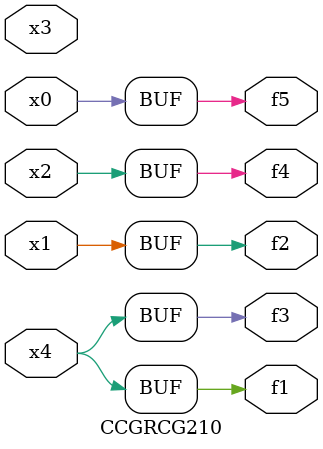
<source format=v>
module CCGRCG210(
	input x0, x1, x2, x3, x4,
	output f1, f2, f3, f4, f5
);
	assign f1 = x4;
	assign f2 = x1;
	assign f3 = x4;
	assign f4 = x2;
	assign f5 = x0;
endmodule

</source>
